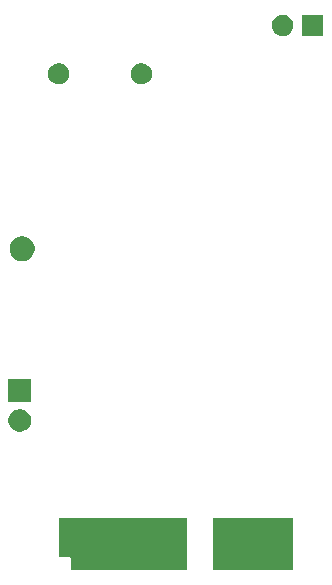
<source format=gbr>
G04 #@! TF.GenerationSoftware,KiCad,Pcbnew,(5.1.5)-3*
G04 #@! TF.CreationDate,2020-03-14T23:44:40+00:00*
G04 #@! TF.ProjectId,VC-01 Card,56432d30-3120-4436-9172-642e6b696361,DRAFT WIP*
G04 #@! TF.SameCoordinates,Original*
G04 #@! TF.FileFunction,Soldermask,Bot*
G04 #@! TF.FilePolarity,Negative*
%FSLAX46Y46*%
G04 Gerber Fmt 4.6, Leading zero omitted, Abs format (unit mm)*
G04 Created by KiCad (PCBNEW (5.1.5)-3) date 2020-03-14 23:44:40*
%MOMM*%
%LPD*%
G04 APERTURE LIST*
%ADD10C,0.100000*%
G04 APERTURE END LIST*
D10*
G36*
X140051000Y-146351000D02*
G01*
X130249000Y-146351000D01*
X130249000Y-145375999D01*
X130246598Y-145351613D01*
X130239485Y-145328164D01*
X130227934Y-145306553D01*
X130212389Y-145287611D01*
X130193447Y-145272066D01*
X130171836Y-145260515D01*
X130148387Y-145253402D01*
X130124001Y-145251000D01*
X129249000Y-145251000D01*
X129249000Y-141949000D01*
X140051000Y-141949000D01*
X140051000Y-146351000D01*
G37*
G36*
X149051000Y-146351000D02*
G01*
X142249000Y-146351000D01*
X142249000Y-141949000D01*
X149051000Y-141949000D01*
X149051000Y-146351000D01*
G37*
G36*
X126177395Y-132725546D02*
G01*
X126350466Y-132797234D01*
X126350467Y-132797235D01*
X126506227Y-132901310D01*
X126638690Y-133033773D01*
X126638691Y-133033775D01*
X126742766Y-133189534D01*
X126814454Y-133362605D01*
X126851000Y-133546333D01*
X126851000Y-133733667D01*
X126814454Y-133917395D01*
X126742766Y-134090466D01*
X126742765Y-134090467D01*
X126638690Y-134246227D01*
X126506227Y-134378690D01*
X126427818Y-134431081D01*
X126350466Y-134482766D01*
X126177395Y-134554454D01*
X125993667Y-134591000D01*
X125806333Y-134591000D01*
X125622605Y-134554454D01*
X125449534Y-134482766D01*
X125372182Y-134431081D01*
X125293773Y-134378690D01*
X125161310Y-134246227D01*
X125057235Y-134090467D01*
X125057234Y-134090466D01*
X124985546Y-133917395D01*
X124949000Y-133733667D01*
X124949000Y-133546333D01*
X124985546Y-133362605D01*
X125057234Y-133189534D01*
X125161309Y-133033775D01*
X125161310Y-133033773D01*
X125293773Y-132901310D01*
X125449533Y-132797235D01*
X125449534Y-132797234D01*
X125622605Y-132725546D01*
X125806333Y-132689000D01*
X125993667Y-132689000D01*
X126177395Y-132725546D01*
G37*
G36*
X126851000Y-132051000D02*
G01*
X124949000Y-132051000D01*
X124949000Y-130149000D01*
X126851000Y-130149000D01*
X126851000Y-132051000D01*
G37*
G36*
X126406564Y-118089389D02*
G01*
X126597833Y-118168615D01*
X126597835Y-118168616D01*
X126769973Y-118283635D01*
X126916365Y-118430027D01*
X127031385Y-118602167D01*
X127110611Y-118793436D01*
X127151000Y-118996484D01*
X127151000Y-119203516D01*
X127110611Y-119406564D01*
X127031385Y-119597833D01*
X127031384Y-119597835D01*
X126916365Y-119769973D01*
X126769973Y-119916365D01*
X126597835Y-120031384D01*
X126597834Y-120031385D01*
X126597833Y-120031385D01*
X126406564Y-120110611D01*
X126203516Y-120151000D01*
X125996484Y-120151000D01*
X125793436Y-120110611D01*
X125602167Y-120031385D01*
X125602166Y-120031385D01*
X125602165Y-120031384D01*
X125430027Y-119916365D01*
X125283635Y-119769973D01*
X125168616Y-119597835D01*
X125168615Y-119597833D01*
X125089389Y-119406564D01*
X125049000Y-119203516D01*
X125049000Y-118996484D01*
X125089389Y-118793436D01*
X125168615Y-118602167D01*
X125283635Y-118430027D01*
X125430027Y-118283635D01*
X125602165Y-118168616D01*
X125602167Y-118168615D01*
X125793436Y-118089389D01*
X125996484Y-118049000D01*
X126203516Y-118049000D01*
X126406564Y-118089389D01*
G37*
G36*
X136313512Y-103403927D02*
G01*
X136462812Y-103433624D01*
X136626784Y-103501544D01*
X136774354Y-103600147D01*
X136899853Y-103725646D01*
X136998456Y-103873216D01*
X137066376Y-104037188D01*
X137101000Y-104211259D01*
X137101000Y-104388741D01*
X137066376Y-104562812D01*
X136998456Y-104726784D01*
X136899853Y-104874354D01*
X136774354Y-104999853D01*
X136626784Y-105098456D01*
X136462812Y-105166376D01*
X136313512Y-105196073D01*
X136288742Y-105201000D01*
X136111258Y-105201000D01*
X136086488Y-105196073D01*
X135937188Y-105166376D01*
X135773216Y-105098456D01*
X135625646Y-104999853D01*
X135500147Y-104874354D01*
X135401544Y-104726784D01*
X135333624Y-104562812D01*
X135299000Y-104388741D01*
X135299000Y-104211259D01*
X135333624Y-104037188D01*
X135401544Y-103873216D01*
X135500147Y-103725646D01*
X135625646Y-103600147D01*
X135773216Y-103501544D01*
X135937188Y-103433624D01*
X136086488Y-103403927D01*
X136111258Y-103399000D01*
X136288742Y-103399000D01*
X136313512Y-103403927D01*
G37*
G36*
X129313512Y-103403927D02*
G01*
X129462812Y-103433624D01*
X129626784Y-103501544D01*
X129774354Y-103600147D01*
X129899853Y-103725646D01*
X129998456Y-103873216D01*
X130066376Y-104037188D01*
X130101000Y-104211259D01*
X130101000Y-104388741D01*
X130066376Y-104562812D01*
X129998456Y-104726784D01*
X129899853Y-104874354D01*
X129774354Y-104999853D01*
X129626784Y-105098456D01*
X129462812Y-105166376D01*
X129313512Y-105196073D01*
X129288742Y-105201000D01*
X129111258Y-105201000D01*
X129086488Y-105196073D01*
X128937188Y-105166376D01*
X128773216Y-105098456D01*
X128625646Y-104999853D01*
X128500147Y-104874354D01*
X128401544Y-104726784D01*
X128333624Y-104562812D01*
X128299000Y-104388741D01*
X128299000Y-104211259D01*
X128333624Y-104037188D01*
X128401544Y-103873216D01*
X128500147Y-103725646D01*
X128625646Y-103600147D01*
X128773216Y-103501544D01*
X128937188Y-103433624D01*
X129086488Y-103403927D01*
X129111258Y-103399000D01*
X129288742Y-103399000D01*
X129313512Y-103403927D01*
G37*
G36*
X151601000Y-101101000D02*
G01*
X149799000Y-101101000D01*
X149799000Y-99299000D01*
X151601000Y-99299000D01*
X151601000Y-101101000D01*
G37*
G36*
X148273512Y-99303927D02*
G01*
X148422812Y-99333624D01*
X148586784Y-99401544D01*
X148734354Y-99500147D01*
X148859853Y-99625646D01*
X148958456Y-99773216D01*
X149026376Y-99937188D01*
X149061000Y-100111259D01*
X149061000Y-100288741D01*
X149026376Y-100462812D01*
X148958456Y-100626784D01*
X148859853Y-100774354D01*
X148734354Y-100899853D01*
X148586784Y-100998456D01*
X148422812Y-101066376D01*
X148273512Y-101096073D01*
X148248742Y-101101000D01*
X148071258Y-101101000D01*
X148046488Y-101096073D01*
X147897188Y-101066376D01*
X147733216Y-100998456D01*
X147585646Y-100899853D01*
X147460147Y-100774354D01*
X147361544Y-100626784D01*
X147293624Y-100462812D01*
X147259000Y-100288741D01*
X147259000Y-100111259D01*
X147293624Y-99937188D01*
X147361544Y-99773216D01*
X147460147Y-99625646D01*
X147585646Y-99500147D01*
X147733216Y-99401544D01*
X147897188Y-99333624D01*
X148046488Y-99303927D01*
X148071258Y-99299000D01*
X148248742Y-99299000D01*
X148273512Y-99303927D01*
G37*
M02*

</source>
